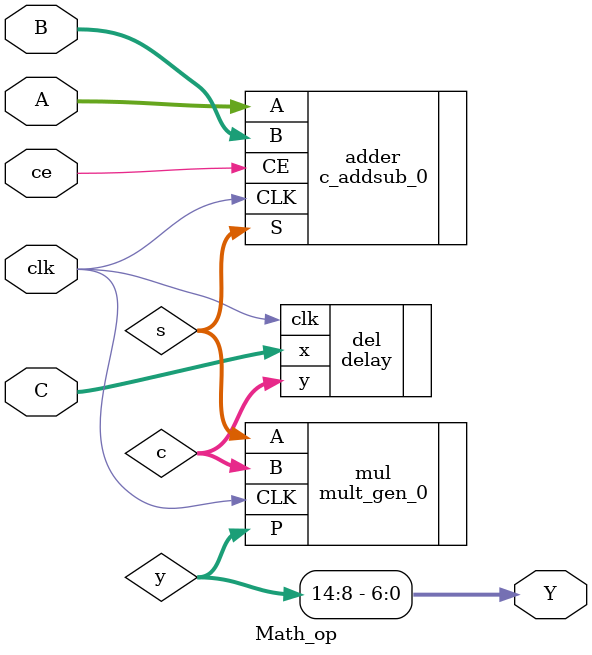
<source format=v>
`timescale 1ns / 1ps


module Math_op(
    input clk,
    input ce,
    input [6:0]A,
    input [6:0]B,
    input [6:0]C,
    output [6:0]Y
    );
    wire [6:0]c;
    wire [7:0]s;
    wire [14:0]y;
    delay #(
    .DELAY(1), //latency 1
    .LENGTH(7)
    ) del (
    .x(C),
    .y(c),
    .clk(clk)
    );
    c_addsub_0 adder(
    .A(A),
    .B(B),
    .CLK(clk),
    .CE(ce),
    .S(s)
    );
    mult_gen_0 mul(
    .CLK(clk),
    .A(s),
    .B(c),
    .P(y)
    );
    assign Y = y[14:8];
endmodule

</source>
